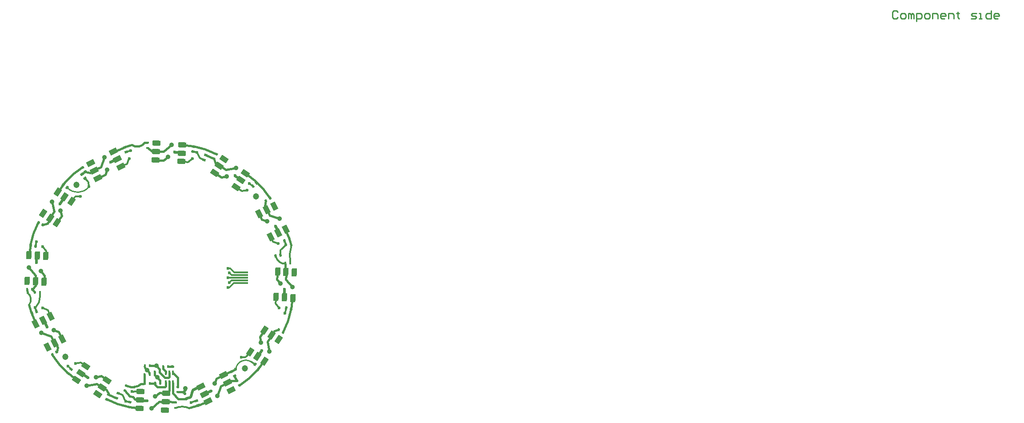
<source format=gtl>
G04 Layer_Physical_Order=1*
G04 Layer_Color=255*
%FSTAX42Y42*%
%MOMM*%
G71*
G01*
G75*
%ADD10C,0.30*%
%ADD11C,0.40*%
%ADD12C,0.25*%
%ADD13C,0.35*%
%ADD14C,0.45*%
%ADD15R,0.35X0.85*%
%ADD16R,0.51X0.46*%
%ADD17R,2.60X0.30*%
G04:AMPARAMS|DCode=18|XSize=0.46mm|YSize=0.61mm|CornerRadius=0mm|HoleSize=0mm|Usage=FLASHONLY|Rotation=290.000|XOffset=0mm|YOffset=0mm|HoleType=Round|Shape=Rectangle|*
%AMROTATEDRECTD18*
4,1,4,-0.36,0.11,0.21,0.32,0.36,-0.11,-0.21,-0.32,-0.36,0.11,0.0*
%
%ADD18ROTATEDRECTD18*%

G04:AMPARAMS|DCode=19|XSize=1mm|YSize=1.5mm|CornerRadius=0mm|HoleSize=0mm|Usage=FLASHONLY|Rotation=296.400|XOffset=0mm|YOffset=0mm|HoleType=Round|Shape=Rectangle|*
%AMROTATEDRECTD19*
4,1,4,-0.89,0.11,0.45,0.78,0.89,-0.11,-0.45,-0.78,-0.89,0.11,0.0*
%
%ADD19ROTATEDRECTD19*%

%ADD20R,0.46X0.61*%
%ADD21R,0.46X0.51*%
G04:AMPARAMS|DCode=22|XSize=0.46mm|YSize=0.51mm|CornerRadius=0mm|HoleSize=0mm|Usage=FLASHONLY|Rotation=255.000|XOffset=0mm|YOffset=0mm|HoleType=Round|Shape=Rectangle|*
%AMROTATEDRECTD22*
4,1,4,-0.19,0.29,0.30,0.16,0.19,-0.29,-0.30,-0.16,-0.19,0.29,0.0*
%
%ADD22ROTATEDRECTD22*%

G04:AMPARAMS|DCode=23|XSize=0.46mm|YSize=0.61mm|CornerRadius=0mm|HoleSize=0mm|Usage=FLASHONLY|Rotation=249.000|XOffset=0mm|YOffset=0mm|HoleType=Round|Shape=Rectangle|*
%AMROTATEDRECTD23*
4,1,4,-0.20,0.32,0.37,0.10,0.20,-0.32,-0.37,-0.10,-0.20,0.32,0.0*
%
%ADD23ROTATEDRECTD23*%

G04:AMPARAMS|DCode=24|XSize=0.46mm|YSize=0.61mm|CornerRadius=0mm|HoleSize=0mm|Usage=FLASHONLY|Rotation=260.000|XOffset=0mm|YOffset=0mm|HoleType=Round|Shape=Rectangle|*
%AMROTATEDRECTD24*
4,1,4,-0.26,0.28,0.34,0.17,0.26,-0.28,-0.34,-0.17,-0.26,0.28,0.0*
%
%ADD24ROTATEDRECTD24*%

G04:AMPARAMS|DCode=25|XSize=0.46mm|YSize=0.61mm|CornerRadius=0mm|HoleSize=0mm|Usage=FLASHONLY|Rotation=230.000|XOffset=0mm|YOffset=0mm|HoleType=Round|Shape=Rectangle|*
%AMROTATEDRECTD25*
4,1,4,-0.09,0.37,0.38,-0.02,0.09,-0.37,-0.38,0.02,-0.09,0.37,0.0*
%
%ADD25ROTATEDRECTD25*%

G04:AMPARAMS|DCode=26|XSize=0.46mm|YSize=0.61mm|CornerRadius=0mm|HoleSize=0mm|Usage=FLASHONLY|Rotation=200.000|XOffset=0mm|YOffset=0mm|HoleType=Round|Shape=Rectangle|*
%AMROTATEDRECTD26*
4,1,4,0.11,0.36,0.32,-0.21,-0.11,-0.36,-0.32,0.21,0.11,0.36,0.0*
%
%ADD26ROTATEDRECTD26*%

G04:AMPARAMS|DCode=27|XSize=0.46mm|YSize=0.61mm|CornerRadius=0mm|HoleSize=0mm|Usage=FLASHONLY|Rotation=175.000|XOffset=0mm|YOffset=0mm|HoleType=Round|Shape=Rectangle|*
%AMROTATEDRECTD27*
4,1,4,0.25,0.28,0.20,-0.32,-0.25,-0.28,-0.20,0.32,0.25,0.28,0.0*
%
%ADD27ROTATEDRECTD27*%

G04:AMPARAMS|DCode=28|XSize=0.46mm|YSize=0.61mm|CornerRadius=0mm|HoleSize=0mm|Usage=FLASHONLY|Rotation=130.000|XOffset=0mm|YOffset=0mm|HoleType=Round|Shape=Rectangle|*
%AMROTATEDRECTD28*
4,1,4,0.38,0.02,-0.09,-0.37,-0.38,-0.02,0.09,0.37,0.38,0.02,0.0*
%
%ADD28ROTATEDRECTD28*%

G04:AMPARAMS|DCode=29|XSize=0.46mm|YSize=0.61mm|CornerRadius=0mm|HoleSize=0mm|Usage=FLASHONLY|Rotation=70.000|XOffset=0mm|YOffset=0mm|HoleType=Round|Shape=Rectangle|*
%AMROTATEDRECTD29*
4,1,4,0.21,-0.32,-0.36,-0.11,-0.21,0.32,0.36,0.11,0.21,-0.32,0.0*
%
%ADD29ROTATEDRECTD29*%

G04:AMPARAMS|DCode=30|XSize=0.46mm|YSize=0.61mm|CornerRadius=0mm|HoleSize=0mm|Usage=FLASHONLY|Rotation=145.000|XOffset=0mm|YOffset=0mm|HoleType=Round|Shape=Rectangle|*
%AMROTATEDRECTD30*
4,1,4,0.36,0.12,0.01,-0.38,-0.36,-0.12,-0.01,0.38,0.36,0.12,0.0*
%
%ADD30ROTATEDRECTD30*%

G04:AMPARAMS|DCode=31|XSize=0.46mm|YSize=0.61mm|CornerRadius=0mm|HoleSize=0mm|Usage=FLASHONLY|Rotation=81.000|XOffset=0mm|YOffset=0mm|HoleType=Round|Shape=Rectangle|*
%AMROTATEDRECTD31*
4,1,4,0.27,-0.27,-0.34,-0.18,-0.27,0.27,0.34,0.18,0.27,-0.27,0.0*
%
%ADD31ROTATEDRECTD31*%

G04:AMPARAMS|DCode=32|XSize=0.46mm|YSize=0.61mm|CornerRadius=0mm|HoleSize=0mm|Usage=FLASHONLY|Rotation=40.000|XOffset=0mm|YOffset=0mm|HoleType=Round|Shape=Rectangle|*
%AMROTATEDRECTD32*
4,1,4,0.02,-0.38,-0.37,0.09,-0.02,0.38,0.37,-0.09,0.02,-0.38,0.0*
%
%ADD32ROTATEDRECTD32*%

G04:AMPARAMS|DCode=33|XSize=0.46mm|YSize=0.61mm|CornerRadius=0mm|HoleSize=0mm|Usage=FLASHONLY|Rotation=190.000|XOffset=0mm|YOffset=0mm|HoleType=Round|Shape=Rectangle|*
%AMROTATEDRECTD33*
4,1,4,0.17,0.34,0.28,-0.26,-0.17,-0.34,-0.28,0.26,0.17,0.34,0.0*
%
%ADD33ROTATEDRECTD33*%

G04:AMPARAMS|DCode=34|XSize=0.46mm|YSize=0.61mm|CornerRadius=0mm|HoleSize=0mm|Usage=FLASHONLY|Rotation=298.000|XOffset=0mm|YOffset=0mm|HoleType=Round|Shape=Rectangle|*
%AMROTATEDRECTD34*
4,1,4,-0.38,0.06,0.16,0.34,0.38,-0.06,-0.16,-0.34,-0.38,0.06,0.0*
%
%ADD34ROTATEDRECTD34*%

G04:AMPARAMS|DCode=35|XSize=0.46mm|YSize=0.61mm|CornerRadius=0mm|HoleSize=0mm|Usage=FLASHONLY|Rotation=21.000|XOffset=0mm|YOffset=0mm|HoleType=Round|Shape=Rectangle|*
%AMROTATEDRECTD35*
4,1,4,-0.10,-0.37,-0.32,0.20,0.10,0.37,0.32,-0.20,-0.10,-0.37,0.0*
%
%ADD35ROTATEDRECTD35*%

G04:AMPARAMS|DCode=36|XSize=0.46mm|YSize=0.61mm|CornerRadius=0mm|HoleSize=0mm|Usage=FLASHONLY|Rotation=350.000|XOffset=0mm|YOffset=0mm|HoleType=Round|Shape=Rectangle|*
%AMROTATEDRECTD36*
4,1,4,-0.28,-0.26,-0.17,0.34,0.28,0.26,0.17,-0.34,-0.28,-0.26,0.0*
%
%ADD36ROTATEDRECTD36*%

G04:AMPARAMS|DCode=37|XSize=0.46mm|YSize=0.61mm|CornerRadius=0mm|HoleSize=0mm|Usage=FLASHONLY|Rotation=320.000|XOffset=0mm|YOffset=0mm|HoleType=Round|Shape=Rectangle|*
%AMROTATEDRECTD37*
4,1,4,-0.37,-0.09,0.02,0.38,0.37,0.09,-0.02,-0.38,-0.37,-0.09,0.0*
%
%ADD37ROTATEDRECTD37*%

G04:AMPARAMS|DCode=38|XSize=0.46mm|YSize=0.51mm|CornerRadius=0mm|HoleSize=0mm|Usage=FLASHONLY|Rotation=105.000|XOffset=0mm|YOffset=0mm|HoleType=Round|Shape=Rectangle|*
%AMROTATEDRECTD38*
4,1,4,0.30,-0.16,-0.19,-0.29,-0.30,0.16,0.19,0.29,0.30,-0.16,0.0*
%
%ADD38ROTATEDRECTD38*%

G04:AMPARAMS|DCode=39|XSize=0.46mm|YSize=0.51mm|CornerRadius=0mm|HoleSize=0mm|Usage=FLASHONLY|Rotation=65.000|XOffset=0mm|YOffset=0mm|HoleType=Round|Shape=Rectangle|*
%AMROTATEDRECTD39*
4,1,4,0.13,-0.31,-0.33,-0.10,-0.13,0.31,0.33,0.10,0.13,-0.31,0.0*
%
%ADD39ROTATEDRECTD39*%

G04:AMPARAMS|DCode=40|XSize=0.46mm|YSize=0.51mm|CornerRadius=0mm|HoleSize=0mm|Usage=FLASHONLY|Rotation=30.000|XOffset=0mm|YOffset=0mm|HoleType=Round|Shape=Rectangle|*
%AMROTATEDRECTD40*
4,1,4,-0.07,-0.33,-0.32,0.11,0.07,0.33,0.32,-0.11,-0.07,-0.33,0.0*
%
%ADD40ROTATEDRECTD40*%

G04:AMPARAMS|DCode=41|XSize=0.46mm|YSize=0.51mm|CornerRadius=0mm|HoleSize=0mm|Usage=FLASHONLY|Rotation=330.000|XOffset=0mm|YOffset=0mm|HoleType=Round|Shape=Rectangle|*
%AMROTATEDRECTD41*
4,1,4,-0.32,-0.11,-0.07,0.33,0.32,0.11,0.07,-0.33,-0.32,-0.11,0.0*
%
%ADD41ROTATEDRECTD41*%

G04:AMPARAMS|DCode=42|XSize=0.46mm|YSize=0.51mm|CornerRadius=0mm|HoleSize=0mm|Usage=FLASHONLY|Rotation=300.000|XOffset=0mm|YOffset=0mm|HoleType=Round|Shape=Rectangle|*
%AMROTATEDRECTD42*
4,1,4,-0.33,0.07,0.11,0.32,0.33,-0.07,-0.11,-0.32,-0.33,0.07,0.0*
%
%ADD42ROTATEDRECTD42*%

G04:AMPARAMS|DCode=43|XSize=0.46mm|YSize=0.51mm|CornerRadius=0mm|HoleSize=0mm|Usage=FLASHONLY|Rotation=240.000|XOffset=0mm|YOffset=0mm|HoleType=Round|Shape=Rectangle|*
%AMROTATEDRECTD43*
4,1,4,-0.11,0.32,0.33,0.07,0.11,-0.32,-0.33,-0.07,-0.11,0.32,0.0*
%
%ADD43ROTATEDRECTD43*%

G04:AMPARAMS|DCode=44|XSize=1mm|YSize=1.5mm|CornerRadius=0mm|HoleSize=0mm|Usage=FLASHONLY|Rotation=266.000|XOffset=0mm|YOffset=0mm|HoleType=Round|Shape=Rectangle|*
%AMROTATEDRECTD44*
4,1,4,-0.71,0.55,0.78,0.45,0.71,-0.55,-0.78,-0.45,-0.71,0.55,0.0*
%
%ADD44ROTATEDRECTD44*%

G04:AMPARAMS|DCode=45|XSize=1mm|YSize=1.5mm|CornerRadius=0mm|HoleSize=0mm|Usage=FLASHONLY|Rotation=236.500|XOffset=0mm|YOffset=0mm|HoleType=Round|Shape=Rectangle|*
%AMROTATEDRECTD45*
4,1,4,-0.35,0.83,0.90,0.00,0.35,-0.83,-0.90,-0.00,-0.35,0.83,0.0*
%
%ADD45ROTATEDRECTD45*%

G04:AMPARAMS|DCode=46|XSize=1mm|YSize=1.5mm|CornerRadius=0mm|HoleSize=0mm|Usage=FLASHONLY|Rotation=207.000|XOffset=0mm|YOffset=0mm|HoleType=Round|Shape=Rectangle|*
%AMROTATEDRECTD46*
4,1,4,0.11,0.90,0.79,-0.44,-0.11,-0.90,-0.79,0.44,0.11,0.90,0.0*
%
%ADD46ROTATEDRECTD46*%

G04:AMPARAMS|DCode=47|XSize=1mm|YSize=1.5mm|CornerRadius=0mm|HoleSize=0mm|Usage=FLASHONLY|Rotation=176.400|XOffset=0mm|YOffset=0mm|HoleType=Round|Shape=Rectangle|*
%AMROTATEDRECTD47*
4,1,4,0.55,0.72,0.45,-0.78,-0.55,-0.72,-0.45,0.78,0.55,0.72,0.0*
%
%ADD47ROTATEDRECTD47*%

G04:AMPARAMS|DCode=48|XSize=1mm|YSize=1.5mm|CornerRadius=0mm|HoleSize=0mm|Usage=FLASHONLY|Rotation=146.000|XOffset=0mm|YOffset=0mm|HoleType=Round|Shape=Rectangle|*
%AMROTATEDRECTD48*
4,1,4,0.83,0.34,-0.00,-0.90,-0.83,-0.34,0.00,0.90,0.83,0.34,0.0*
%
%ADD48ROTATEDRECTD48*%

G04:AMPARAMS|DCode=49|XSize=1mm|YSize=1.5mm|CornerRadius=0mm|HoleSize=0mm|Usage=FLASHONLY|Rotation=26.400|XOffset=0mm|YOffset=0mm|HoleType=Round|Shape=Rectangle|*
%AMROTATEDRECTD49*
4,1,4,-0.11,-0.89,-0.78,0.45,0.11,0.89,0.78,-0.45,-0.11,-0.89,0.0*
%
%ADD49ROTATEDRECTD49*%

%ADD50C,0.50*%
%ADD51C,1.20*%
%ADD52C,0.60*%
%ADD53C,0.87*%
D10*
X017866Y017962D02*
G03*
X01794Y018142I-00018J00018D01*
G01*
X021522Y018513D02*
X021734D01*
X01785Y01795D02*
X017878Y017869D01*
X01794Y018142D02*
Y01824D01*
X021779Y016997D02*
X021856D01*
X021921Y017062D01*
X021962Y016918D02*
X022039Y016862D01*
X018619Y016882D02*
X018723Y016898D01*
X018781Y016857D01*
X022525Y01895D02*
Y019038D01*
X022629Y019141D01*
X020849Y020924D02*
X020933Y020907D01*
X018801Y020415D02*
X018868Y020335D01*
X018875Y02025D01*
X020989Y020791D02*
X021069Y020761D01*
X020933Y020907D02*
X020989Y020791D01*
X019572Y016164D02*
X019656Y016148D01*
X019572Y016165D02*
X019572Y016164D01*
X018618Y020068D02*
X018715D01*
X018558Y020007D02*
X018618Y020068D01*
X021916Y017055D02*
X021921Y017062D01*
X020824Y016139D02*
X020905Y016167D01*
X022428Y018021D02*
X022494Y017939D01*
X022428Y018021D02*
X022435Y018091D01*
X022612Y017841D02*
X022628Y017924D01*
X022601Y019222D02*
X022629Y019141D01*
X02235Y01927D02*
X022379Y019205D01*
X022478Y019167D01*
X021784Y02017D02*
X021889Y020186D01*
X021727Y020211D02*
X021784Y02017D01*
X021931Y020313D02*
X021995Y020257D01*
X020692Y020728D02*
X020763Y02072D01*
X020845Y020787D01*
X019602Y020687D02*
X01964Y020785D01*
X019538Y020658D02*
X019602Y020687D01*
X019585Y020909D02*
X019666Y020936D01*
X017995Y017936D02*
X018094Y017898D01*
X018123Y017833D01*
X017858Y019121D02*
X017874Y019205D01*
X018051Y018955D02*
X018059Y019025D01*
X017992Y019107D02*
X018059Y019025D01*
X018474Y016829D02*
X018539Y016773D01*
X018772Y016862D02*
X01878Y016857D01*
X019436Y016311D02*
X019516Y01628D01*
X019572Y016165D01*
X019697Y016343D02*
X01985Y016354D01*
X021638Y018413D02*
X021831D01*
X021646Y018613D02*
X021827D01*
X021589Y018463D02*
X021777D01*
X021554Y018428D02*
X021589Y018463D01*
X021551Y018326D02*
X021638Y018413D01*
X021594Y018563D02*
X021783D01*
X021563Y018696D02*
X021646Y018613D01*
X021526Y018696D02*
X021563D01*
X021525Y018326D02*
X021551D01*
X021551D01*
X021551Y018606D02*
X021594Y018563D01*
D11*
X017848Y018231D02*
G03*
X017842Y018246I-000021J0D01*
G01*
X019736Y016435D02*
G03*
X019868Y016489I0J000186D01*
G01*
X020034Y016667D02*
G03*
X020007Y016732I-000091J0D01*
G01*
X019937Y016819D02*
G03*
X01995Y01679I000042J0D01*
G01*
X020669Y016336D02*
X020709Y016375D01*
X019936Y016508D02*
Y016674D01*
X019917Y016489D02*
X019936Y016508D01*
X019868Y016489D02*
X019917D01*
X017791Y018298D02*
X017842Y018246D01*
X017699Y018287D02*
X017705Y01823D01*
X022614Y018693D02*
Y018779D01*
X021566Y016555D02*
X021691D01*
X021549Y016538D02*
X021566Y016555D01*
X018732Y020482D02*
X018804Y020536D01*
X021103Y020852D02*
X021255Y020786D01*
X01925Y016286D02*
X019402Y01622D01*
X022081Y016758D02*
X022209Y016931D01*
X022131Y017386D02*
X02215Y017283D01*
X022131Y017386D02*
X022218Y017513D01*
X022277Y0173D02*
X022312Y017109D01*
X022277Y0173D02*
X022372Y017439D01*
X021388Y016449D02*
X021539Y016522D01*
X021323Y016266D02*
X021388Y016449D01*
X021305Y016596D02*
X021443Y016663D01*
X020376Y016153D02*
X020526Y016143D01*
X02127Y016498D02*
X021305Y016596D01*
X020947Y016077D02*
X021144Y016163D01*
X022727Y017916D02*
X022753Y018147D01*
X022456Y018485D02*
X022524Y018406D01*
X022401Y017498D02*
X022479Y017523D01*
X022376Y017459D02*
X022402Y017498D01*
X022456Y018485D02*
X022468Y018638D01*
X022625Y018483D02*
X022751Y018336D01*
X022625Y018483D02*
X022638Y018651D01*
X022246Y019856D02*
X022318Y019704D01*
X022502Y01964D01*
X022105Y01976D02*
X022171Y019621D01*
X02227Y019587D01*
X022637Y019387D02*
X022691Y019264D01*
X021888Y020476D02*
X022032Y020369D01*
X021397Y020426D02*
X021499Y020445D01*
X022224Y019886D02*
X022243Y019978D01*
X022224Y019886D02*
X022244Y019844D01*
X02127Y020513D02*
X021397Y020426D01*
X021482Y020572D02*
X021673Y020607D01*
X021344Y020667D02*
X021482Y020572D01*
X020132Y02093D02*
X0203Y020917D01*
X020447Y021044D01*
X020145Y02076D02*
X020298Y020749D01*
X021285Y020694D02*
X021324Y020668D01*
X02126Y020771D02*
X021285Y020694D01*
X020298Y020749D02*
X020377Y020816D01*
X020653Y021044D02*
X020867Y02102D01*
X019346Y020912D02*
X019543Y020998D01*
X019186Y020479D02*
X019221Y020577D01*
X019996Y02099D02*
X020068Y020925D01*
X020068Y020925D02*
X020115Y020922D01*
X019047Y020413D02*
X019186Y020479D01*
X019103Y020626D02*
X019168Y02081D01*
X018952Y020554D02*
X019103Y020626D01*
X017783Y017839D02*
X01787Y017639D01*
X018203Y017516D02*
X018302Y017482D01*
X017795Y018296D02*
X017856Y018364D01*
X017855Y018364D02*
X017859Y01841D01*
X018302Y017482D02*
X018368Y017343D01*
X017971Y017463D02*
X018155Y017399D01*
X018227Y017247D01*
X017848Y018395D02*
X017861Y018562D01*
X017735Y01871D02*
X017861Y018562D01*
X018018Y018408D02*
X01803Y018561D01*
X018085Y019548D02*
X018111Y019587D01*
X017997Y019519D02*
X018085Y019548D01*
X017962Y01864D02*
X01803Y018561D01*
X017744Y018997D02*
X017759Y01913D01*
X019215Y01637D02*
X019255Y016297D01*
X019176Y016396D02*
X019215Y01637D01*
X01925Y016287D02*
X019255Y016297D01*
X018482Y016692D02*
X01859Y016612D01*
X019008Y016623D02*
X01911Y016642D01*
X018266Y017103D02*
X018283Y017183D01*
X018262Y017224D02*
X018283Y017182D01*
X01911Y016642D02*
X019237Y016555D01*
X018833Y016461D02*
X019024Y016496D01*
X019163Y016401D01*
X018115Y019637D02*
X01821Y019775D01*
X018174Y019966D02*
X01821Y019775D01*
X018268Y019562D02*
X018355Y019689D01*
X018896Y020517D02*
X018938Y020537D01*
X018816Y020533D02*
X018896Y020516D01*
X018336Y019792D02*
X018355Y019689D01*
X018279Y020146D02*
X018405Y020317D01*
X019648Y016049D02*
X019781Y016034D01*
X020138Y016252D02*
X020217Y01632D01*
X02037Y016308D01*
X020068Y016025D02*
X020215Y016151D01*
X020382Y016138D01*
X02034Y016703D02*
Y01673D01*
X020405Y016365D02*
Y016536D01*
X02047Y016312D02*
Y016513D01*
X020405Y016628D02*
Y016703D01*
X02039Y016613D02*
X020405Y016628D01*
X021645Y016645D02*
X021697Y016554D01*
X02149Y016688D02*
X021665Y016769D01*
X019757Y016195D02*
X019929Y016181D01*
X019712Y016247D02*
X019757Y016195D01*
X019653Y016251D02*
X019712Y016247D01*
X019559Y016361D02*
X019653Y016251D01*
X019588Y016454D02*
X019677Y016435D01*
X019736D01*
X020043Y016504D02*
X020127D01*
X020363Y016323D02*
X020405Y016365D01*
X020174Y016434D02*
X020269D01*
X020323Y016434D02*
X02034Y016452D01*
X020132Y016476D02*
X020174Y016434D01*
X020132Y016476D02*
Y016507D01*
X020127Y016665D02*
Y016718D01*
Y016665D02*
X02023Y016561D01*
Y016503D02*
Y016561D01*
X020162Y016836D02*
X020223Y016774D01*
X02034Y016452D02*
Y016516D01*
X020265Y016434D02*
X020323D01*
X020378Y016825D02*
X020471D01*
X020223Y01671D02*
Y016774D01*
Y01671D02*
X02032Y016613D01*
X02039D01*
X02047Y016312D02*
X020574Y016208D01*
X020732D01*
X020709Y016375D02*
Y016409D01*
X020669Y016336D02*
X020669Y016336D01*
X020669D01*
X020701Y016304D01*
X020568Y016336D02*
X020669D01*
X02005Y016836D02*
X020162D01*
X020288Y016781D02*
X02034Y01673D01*
X020288Y016781D02*
Y016824D01*
X020668Y016334D02*
X020669Y016336D01*
X01995Y01679D02*
X020007Y016732D01*
D12*
X021986Y016897D02*
G03*
X021672Y016773I-000124J-000146D01*
G01*
X018462Y020232D02*
G03*
X018875Y02025I000199J000176D01*
G01*
X034282Y02358D02*
X034257Y023605D01*
X034206D01*
X03418Y02358D01*
Y023478D01*
X034206Y023453D01*
X034257D01*
X034282Y023478D01*
X034358Y023453D02*
X034409D01*
X034434Y023478D01*
Y023529D01*
X034409Y023554D01*
X034358D01*
X034333Y023529D01*
Y023478D01*
X034358Y023453D01*
X034485D02*
Y023554D01*
X03451D01*
X034536Y023529D01*
Y023453D01*
Y023529D01*
X034561Y023554D01*
X034587Y023529D01*
Y023453D01*
X034637Y023402D02*
Y023554D01*
X034714D01*
X034739Y023529D01*
Y023478D01*
X034714Y023453D01*
X034637D01*
X034815D02*
X034866D01*
X034891Y023478D01*
Y023529D01*
X034866Y023554D01*
X034815D01*
X03479Y023529D01*
Y023478D01*
X034815Y023453D01*
X034942D02*
Y023554D01*
X035018D01*
X035044Y023529D01*
Y023453D01*
X035171D02*
X03512D01*
X035094Y023478D01*
Y023529D01*
X03512Y023554D01*
X035171D01*
X035196Y023529D01*
Y023504D01*
X035094D01*
X035247Y023453D02*
Y023554D01*
X035323D01*
X035348Y023529D01*
Y023453D01*
X035425Y02358D02*
Y023554D01*
X035399D01*
X03545D01*
X035425D01*
Y023478D01*
X03545Y023453D01*
X035678D02*
X035755D01*
X03578Y023478D01*
X035755Y023504D01*
X035704D01*
X035678Y023529D01*
X035704Y023554D01*
X03578D01*
X035831Y023453D02*
X035882D01*
X035856D01*
Y023554D01*
X035831D01*
X036059Y023605D02*
Y023453D01*
X035983D01*
X035958Y023478D01*
Y023529D01*
X035983Y023554D01*
X036059D01*
X036186Y023453D02*
X036136D01*
X03611Y023478D01*
Y023529D01*
X036136Y023554D01*
X036186D01*
X036212Y023529D01*
Y023504D01*
X03611D01*
D13*
X017735Y017998D02*
G03*
X017705Y01823I-000131J000101D01*
G01*
X020785Y016029D02*
G03*
X020525Y016034I-000135J-000291D01*
G01*
X022732Y019129D02*
G03*
X022713Y018795I000587J-000201D01*
G01*
X022436Y018915D02*
G03*
X022614Y018779I000179J00005D01*
G01*
D14*
X019993Y021085D02*
G03*
X019932Y021085I-000023J-001496D01*
G01*
X019696Y021044D02*
G03*
X019932Y021083I000099J000137D01*
G01*
X021744Y016462D02*
G03*
X02208Y016756I-000804J001261D01*
G01*
X020785Y016029D02*
G03*
X020945Y016076I-000344J001456D01*
G01*
X022574Y017476D02*
G03*
X022727Y017913I-001319J000706D01*
G01*
X022732Y019129D02*
G03*
X022691Y019261I-001449J-000371D01*
G01*
X022329Y020024D02*
G03*
X022027Y020375I-001271J-000789D01*
G01*
X021307Y020866D02*
G03*
X02087Y021019I-000706J-001319D01*
G01*
X019696Y021044D02*
G03*
X019546Y020999I000353J-001454D01*
G01*
X017735Y017998D02*
G03*
X017782Y017842I001455J000347D01*
G01*
X017912Y01957D02*
G03*
X01776Y019133I001319J-000706D01*
G01*
X018177Y017044D02*
G03*
X01848Y016694I001271J000789D01*
G01*
X018758Y020622D02*
G03*
X018407Y02032I000789J-001271D01*
G01*
X019207Y016202D02*
G03*
X019645Y01605I000706J001319D01*
G01*
X02047Y016705D02*
X020566Y016608D01*
Y016433D02*
Y016608D01*
D15*
X02034Y016515D02*
D03*
X020405Y016515D02*
D03*
X02047D02*
D03*
X02047Y016705D02*
D03*
X020405D02*
D03*
X02034Y016705D02*
D03*
D16*
X020525Y016133D02*
D03*
Y016037D02*
D03*
X020568Y016336D02*
D03*
X020568Y016432D02*
D03*
X019995Y020989D02*
D03*
Y021086D02*
D03*
D17*
X021777Y018613D02*
D03*
Y018563D02*
D03*
Y018513D02*
D03*
Y018463D02*
D03*
Y018413D02*
D03*
D18*
X020926Y016173D02*
D03*
X020959Y016082D02*
D03*
X019585Y020909D02*
D03*
X019552Y020999D02*
D03*
D19*
X021443Y016663D02*
D03*
X021586Y016376D02*
D03*
X021514Y016519D02*
D03*
X021075Y016301D02*
D03*
X021147Y016158D02*
D03*
X021004Y016445D02*
D03*
X019047Y020413D02*
D03*
X018905Y020699D02*
D03*
X018976Y020556D02*
D03*
X019415Y020775D02*
D03*
X019343Y020918D02*
D03*
X019486Y020631D02*
D03*
D20*
X020224Y016718D02*
D03*
X020127D02*
D03*
X01794Y01824D02*
D03*
X017843Y01824D02*
D03*
D21*
X020033Y016674D02*
D03*
X019936D02*
D03*
X020034Y016503D02*
D03*
X019937D02*
D03*
X020383Y016824D02*
D03*
X020287D02*
D03*
X020133Y016505D02*
D03*
X020229D02*
D03*
X020035Y01684D02*
D03*
X019938D02*
D03*
X017791Y018298D02*
D03*
X017694D02*
D03*
X022617Y018795D02*
D03*
X022713D02*
D03*
D22*
X019563Y016361D02*
D03*
X019588Y016454D02*
D03*
D23*
X019435Y016313D02*
D03*
X0194Y016222D02*
D03*
D24*
X019654Y016148D02*
D03*
X019637Y016053D02*
D03*
D25*
X018539Y016769D02*
D03*
X018476Y016696D02*
D03*
D26*
X017878Y017869D02*
D03*
X017787Y017836D02*
D03*
D27*
X017858Y019116D02*
D03*
X017762Y019124D02*
D03*
D28*
X018797Y020413D02*
D03*
X018735Y020487D02*
D03*
D29*
X021069Y020761D02*
D03*
X021102Y020852D02*
D03*
D30*
X018462Y020232D02*
D03*
X018383Y020288D02*
D03*
D31*
X020859Y020921D02*
D03*
X020874Y021016D02*
D03*
D32*
X021995Y020257D02*
D03*
X022069Y020319D02*
D03*
D33*
X022525Y018946D02*
D03*
X02243Y018929D02*
D03*
D34*
X021601Y016731D02*
D03*
X021647Y016646D02*
D03*
D35*
X022601Y019222D02*
D03*
X022691Y019257D02*
D03*
D36*
X022632Y017936D02*
D03*
X022728Y017919D02*
D03*
D37*
X022041Y016864D02*
D03*
X022114Y016801D02*
D03*
D38*
X020702Y016305D02*
D03*
X020727Y016212D02*
D03*
D39*
X01925Y016286D02*
D03*
X01921Y016199D02*
D03*
D40*
X018259Y017099D02*
D03*
X018176Y017051D02*
D03*
X022243Y019978D02*
D03*
X022327Y020027D02*
D03*
D41*
X017997Y019521D02*
D03*
X017913Y019569D02*
D03*
X022491Y017527D02*
D03*
X022574Y017478D02*
D03*
D42*
X018804Y020536D02*
D03*
X018756Y020619D02*
D03*
X021693Y016549D02*
D03*
X021742Y016466D02*
D03*
D43*
X021256Y020786D02*
D03*
X021304Y020869D02*
D03*
D44*
X020347Y016313D02*
D03*
X020325Y015994D02*
D03*
X020336Y016153D02*
D03*
X019847Y016187D02*
D03*
X019836Y016028D02*
D03*
X019858Y016347D02*
D03*
X020145Y02076D02*
D03*
X020164Y02108D02*
D03*
X020155Y02092D02*
D03*
X020644Y02089D02*
D03*
X020654Y02105D02*
D03*
X020634Y020731D02*
D03*
D45*
X019221Y016561D02*
D03*
X019044Y016294D02*
D03*
X019132Y016428D02*
D03*
X018724Y016698D02*
D03*
X018635Y016565D02*
D03*
X018812Y016832D02*
D03*
X02127Y020513D02*
D03*
X021447Y02078D02*
D03*
X021358Y020647D02*
D03*
X021766Y020375D02*
D03*
X021855Y020509D02*
D03*
X021678Y020242D02*
D03*
D46*
X018368Y017343D02*
D03*
X018083Y017198D02*
D03*
X018225Y01727D02*
D03*
X018003Y017707D02*
D03*
X01786Y017634D02*
D03*
X018146Y01778D02*
D03*
D47*
X01802Y018437D02*
D03*
X0177Y018458D02*
D03*
X01786Y018448D02*
D03*
X017891Y018937D02*
D03*
X017731Y018947D02*
D03*
X01805Y018927D02*
D03*
X022468Y018638D02*
D03*
X022787Y018618D02*
D03*
X022628Y018628D02*
D03*
X022597Y018139D02*
D03*
X022757Y018129D02*
D03*
X022437Y018149D02*
D03*
D48*
X018268Y019562D02*
D03*
X018003Y019741D02*
D03*
X018135Y019652D02*
D03*
X01841Y020058D02*
D03*
X018277Y020148D02*
D03*
X018542Y019969D02*
D03*
X022218Y017513D02*
D03*
X022485Y017336D02*
D03*
X022352Y017424D02*
D03*
X02208Y017016D02*
D03*
X022214Y016928D02*
D03*
X021947Y017105D02*
D03*
D49*
X02212Y019736D02*
D03*
X022407Y019878D02*
D03*
X022263Y019807D02*
D03*
X022481Y019368D02*
D03*
X022624Y019439D02*
D03*
X022338Y019297D02*
D03*
D50*
X019833Y016178D02*
X019983Y016169D01*
X022082Y017001D02*
X022166Y017126D01*
X022589Y018149D02*
X022599Y018299D01*
X022428Y019495D02*
X022494Y01936D01*
X021657Y020458D02*
X021782Y020374D01*
X020508Y020907D02*
X020658Y020897D01*
X017874Y018804D02*
X017884Y018954D01*
X018321Y019919D02*
X018405Y020044D01*
X018013Y017708D02*
X018079Y017573D01*
X018079Y017573D01*
X019286Y02072D02*
X019421Y020787D01*
X018733Y016695D02*
X018858Y016611D01*
X020858Y016373D02*
X021006Y016449D01*
X021065Y016288D02*
X021079Y016295D01*
X0212Y016355D01*
X0212Y016355D01*
X020724Y01621D02*
X020814Y016238D01*
X020858Y016373D01*
D51*
X018427Y017011D02*
D03*
X022058Y020065D02*
D03*
X01864Y020285D02*
D03*
X021847Y016787D02*
D03*
D52*
X021665Y016769D02*
D03*
X021781Y016998D02*
D03*
X018619Y016882D02*
D03*
X017851Y01795D02*
D03*
X018875Y02025D02*
D03*
X018715Y020068D02*
D03*
X02193Y020312D02*
D03*
X021201Y016354D02*
D03*
X020824Y01614D02*
D03*
X019983Y016167D02*
D03*
X022166Y017126D02*
D03*
X022494Y017938D02*
D03*
X022611Y017841D02*
D03*
X022628Y019141D02*
D03*
X022477Y019167D02*
D03*
X0226Y018299D02*
D03*
X022429Y019496D02*
D03*
X021889Y020186D02*
D03*
X020845Y020786D02*
D03*
X021657Y020459D02*
D03*
X020508Y020908D02*
D03*
X019641Y020785D02*
D03*
X019666Y020936D02*
D03*
X017873Y018804D02*
D03*
X017996Y017936D02*
D03*
X020933Y020907D02*
D03*
X017875Y019205D02*
D03*
X017993Y019107D02*
D03*
X01832Y01992D02*
D03*
X018078Y017572D02*
D03*
X018475Y016829D02*
D03*
X019286Y020721D02*
D03*
X018857Y01661D02*
D03*
X019573Y016165D02*
D03*
X019699Y016344D02*
D03*
X021526Y018329D02*
D03*
X021526Y018515D02*
D03*
X021527Y018696D02*
D03*
X021552Y018423D02*
D03*
X021551Y018605D02*
D03*
X020469Y016825D02*
D03*
D53*
X02215Y017283D02*
D03*
X022312Y017109D02*
D03*
X021323Y016266D02*
D03*
X02127Y016498D02*
D03*
X022524Y018406D02*
D03*
X022751Y018336D02*
D03*
X022502Y01964D02*
D03*
X02227Y019587D02*
D03*
X021499Y020445D02*
D03*
X021673Y020607D02*
D03*
X020447Y021044D02*
D03*
X020377Y020816D02*
D03*
X019221Y020577D02*
D03*
X019168Y02081D02*
D03*
X018203Y017516D02*
D03*
X017971Y017463D02*
D03*
X017735Y01871D02*
D03*
X017962Y01864D02*
D03*
X019008Y016623D02*
D03*
X018833Y016461D02*
D03*
X018174Y019966D02*
D03*
X018336Y019792D02*
D03*
X020138Y016252D02*
D03*
X020068Y016025D02*
D03*
X020177Y016616D02*
D03*
X020161Y016835D02*
D03*
X020709Y016409D02*
D03*
X019985Y016756D02*
D03*
M02*

</source>
